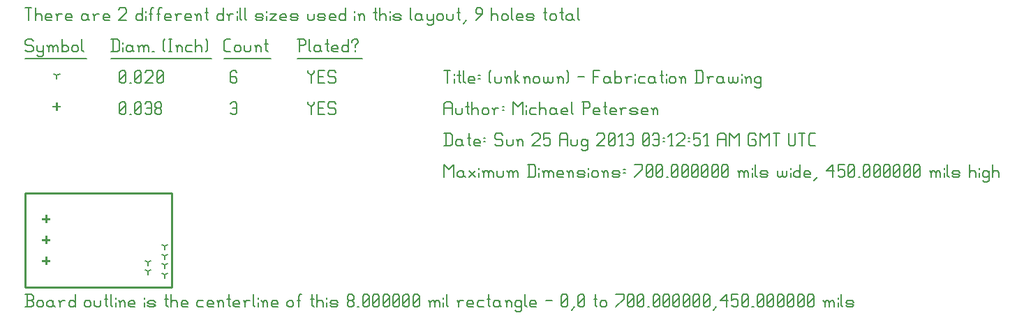
<source format=gbr>
G04 start of page 11 for group -3984 idx -3984 *
G04 Title: (unknown), fab *
G04 Creator: pcb 20110918 *
G04 CreationDate: Sun 25 Aug 2013 03:12:51 AM GMT UTC *
G04 For: railfan *
G04 Format: Gerber/RS-274X *
G04 PCB-Dimensions: 70000 45000 *
G04 PCB-Coordinate-Origin: lower left *
%MOIN*%
%FSLAX25Y25*%
%LNFAB*%
%ADD54C,0.0100*%
%ADD53C,0.0060*%
%ADD52R,0.0080X0.0080*%
G54D52*X10000Y34100D02*Y30900D01*
X8400Y32500D02*X11600D01*
X10000Y24100D02*Y20900D01*
X8400Y22500D02*X11600D01*
X10000Y14100D02*Y10900D01*
X8400Y12500D02*X11600D01*
X15000Y87850D02*Y84650D01*
X13400Y86250D02*X16600D01*
G54D53*X135000Y88500D02*Y87750D01*
X136500Y86250D01*
X138000Y87750D01*
Y88500D02*Y87750D01*
X136500Y86250D02*Y82500D01*
X139800Y85500D02*X142050D01*
X139800Y82500D02*X142800D01*
X139800Y88500D02*Y82500D01*
Y88500D02*X142800D01*
X147600D02*X148350Y87750D01*
X145350Y88500D02*X147600D01*
X144600Y87750D02*X145350Y88500D01*
X144600Y87750D02*Y86250D01*
X145350Y85500D01*
X147600D01*
X148350Y84750D01*
Y83250D01*
X147600Y82500D02*X148350Y83250D01*
X145350Y82500D02*X147600D01*
X144600Y83250D02*X145350Y82500D01*
X98000Y87750D02*X98750Y88500D01*
X100250D01*
X101000Y87750D01*
Y83250D01*
X100250Y82500D02*X101000Y83250D01*
X98750Y82500D02*X100250D01*
X98000Y83250D02*X98750Y82500D01*
Y85500D02*X101000D01*
X45000Y83250D02*X45750Y82500D01*
X45000Y87750D02*Y83250D01*
Y87750D02*X45750Y88500D01*
X47250D01*
X48000Y87750D01*
Y83250D01*
X47250Y82500D02*X48000Y83250D01*
X45750Y82500D02*X47250D01*
X45000Y84000D02*X48000Y87000D01*
X49800Y82500D02*X50550D01*
X52350Y83250D02*X53100Y82500D01*
X52350Y87750D02*Y83250D01*
Y87750D02*X53100Y88500D01*
X54600D01*
X55350Y87750D01*
Y83250D01*
X54600Y82500D02*X55350Y83250D01*
X53100Y82500D02*X54600D01*
X52350Y84000D02*X55350Y87000D01*
X57150Y87750D02*X57900Y88500D01*
X59400D01*
X60150Y87750D01*
Y83250D01*
X59400Y82500D02*X60150Y83250D01*
X57900Y82500D02*X59400D01*
X57150Y83250D02*X57900Y82500D01*
Y85500D02*X60150D01*
X61950Y83250D02*X62700Y82500D01*
X61950Y84750D02*Y83250D01*
Y84750D02*X62700Y85500D01*
X64200D01*
X64950Y84750D01*
Y83250D01*
X64200Y82500D02*X64950Y83250D01*
X62700Y82500D02*X64200D01*
X61950Y86250D02*X62700Y85500D01*
X61950Y87750D02*Y86250D01*
Y87750D02*X62700Y88500D01*
X64200D01*
X64950Y87750D01*
Y86250D01*
X64200Y85500D02*X64950Y86250D01*
X66500Y6000D02*Y4400D01*
Y6000D02*X67887Y6800D01*
X66500Y6000D02*X65113Y6800D01*
X66500Y10500D02*Y8900D01*
Y10500D02*X67887Y11300D01*
X66500Y10500D02*X65113Y11300D01*
X66500Y15000D02*Y13400D01*
Y15000D02*X67887Y15800D01*
X66500Y15000D02*X65113Y15800D01*
X66500Y19500D02*Y17900D01*
Y19500D02*X67887Y20300D01*
X66500Y19500D02*X65113Y20300D01*
X58500Y7500D02*Y5900D01*
Y7500D02*X59887Y8300D01*
X58500Y7500D02*X57113Y8300D01*
X58500Y12000D02*Y10400D01*
Y12000D02*X59887Y12800D01*
X58500Y12000D02*X57113Y12800D01*
X15000Y101250D02*Y99650D01*
Y101250D02*X16387Y102050D01*
X15000Y101250D02*X13613Y102050D01*
X135000Y103500D02*Y102750D01*
X136500Y101250D01*
X138000Y102750D01*
Y103500D02*Y102750D01*
X136500Y101250D02*Y97500D01*
X139800Y100500D02*X142050D01*
X139800Y97500D02*X142800D01*
X139800Y103500D02*Y97500D01*
Y103500D02*X142800D01*
X147600D02*X148350Y102750D01*
X145350Y103500D02*X147600D01*
X144600Y102750D02*X145350Y103500D01*
X144600Y102750D02*Y101250D01*
X145350Y100500D01*
X147600D01*
X148350Y99750D01*
Y98250D01*
X147600Y97500D02*X148350Y98250D01*
X145350Y97500D02*X147600D01*
X144600Y98250D02*X145350Y97500D01*
X100250Y103500D02*X101000Y102750D01*
X98750Y103500D02*X100250D01*
X98000Y102750D02*X98750Y103500D01*
X98000Y102750D02*Y98250D01*
X98750Y97500D01*
X100250Y100500D02*X101000Y99750D01*
X98000Y100500D02*X100250D01*
X98750Y97500D02*X100250D01*
X101000Y98250D01*
Y99750D02*Y98250D01*
X45000D02*X45750Y97500D01*
X45000Y102750D02*Y98250D01*
Y102750D02*X45750Y103500D01*
X47250D01*
X48000Y102750D01*
Y98250D01*
X47250Y97500D02*X48000Y98250D01*
X45750Y97500D02*X47250D01*
X45000Y99000D02*X48000Y102000D01*
X49800Y97500D02*X50550D01*
X52350Y98250D02*X53100Y97500D01*
X52350Y102750D02*Y98250D01*
Y102750D02*X53100Y103500D01*
X54600D01*
X55350Y102750D01*
Y98250D01*
X54600Y97500D02*X55350Y98250D01*
X53100Y97500D02*X54600D01*
X52350Y99000D02*X55350Y102000D01*
X57150Y102750D02*X57900Y103500D01*
X60150D01*
X60900Y102750D01*
Y101250D01*
X57150Y97500D02*X60900Y101250D01*
X57150Y97500D02*X60900D01*
X62700Y98250D02*X63450Y97500D01*
X62700Y102750D02*Y98250D01*
Y102750D02*X63450Y103500D01*
X64950D01*
X65700Y102750D01*
Y98250D01*
X64950Y97500D02*X65700Y98250D01*
X63450Y97500D02*X64950D01*
X62700Y99000D02*X65700Y102000D01*
X3000Y118500D02*X3750Y117750D01*
X750Y118500D02*X3000D01*
X0Y117750D02*X750Y118500D01*
X0Y117750D02*Y116250D01*
X750Y115500D01*
X3000D01*
X3750Y114750D01*
Y113250D01*
X3000Y112500D02*X3750Y113250D01*
X750Y112500D02*X3000D01*
X0Y113250D02*X750Y112500D01*
X5550Y115500D02*Y113250D01*
X6300Y112500D01*
X8550Y115500D02*Y111000D01*
X7800Y110250D02*X8550Y111000D01*
X6300Y110250D02*X7800D01*
X5550Y111000D02*X6300Y110250D01*
Y112500D02*X7800D01*
X8550Y113250D01*
X11100Y114750D02*Y112500D01*
Y114750D02*X11850Y115500D01*
X12600D01*
X13350Y114750D01*
Y112500D01*
Y114750D02*X14100Y115500D01*
X14850D01*
X15600Y114750D01*
Y112500D01*
X10350Y115500D02*X11100Y114750D01*
X17400Y118500D02*Y112500D01*
Y113250D02*X18150Y112500D01*
X19650D01*
X20400Y113250D01*
Y114750D02*Y113250D01*
X19650Y115500D02*X20400Y114750D01*
X18150Y115500D02*X19650D01*
X17400Y114750D02*X18150Y115500D01*
X22200Y114750D02*Y113250D01*
Y114750D02*X22950Y115500D01*
X24450D01*
X25200Y114750D01*
Y113250D01*
X24450Y112500D02*X25200Y113250D01*
X22950Y112500D02*X24450D01*
X22200Y113250D02*X22950Y112500D01*
X27000Y118500D02*Y113250D01*
X27750Y112500D01*
X0Y109250D02*X29250D01*
X41750Y118500D02*Y112500D01*
X44000Y118500D02*X44750Y117750D01*
Y113250D01*
X44000Y112500D02*X44750Y113250D01*
X41000Y112500D02*X44000D01*
X41000Y118500D02*X44000D01*
X46550Y117000D02*Y116250D01*
Y114750D02*Y112500D01*
X50300Y115500D02*X51050Y114750D01*
X48800Y115500D02*X50300D01*
X48050Y114750D02*X48800Y115500D01*
X48050Y114750D02*Y113250D01*
X48800Y112500D01*
X51050Y115500D02*Y113250D01*
X51800Y112500D01*
X48800D02*X50300D01*
X51050Y113250D01*
X54350Y114750D02*Y112500D01*
Y114750D02*X55100Y115500D01*
X55850D01*
X56600Y114750D01*
Y112500D01*
Y114750D02*X57350Y115500D01*
X58100D01*
X58850Y114750D01*
Y112500D01*
X53600Y115500D02*X54350Y114750D01*
X60650Y112500D02*X61400D01*
X65900Y113250D02*X66650Y112500D01*
X65900Y117750D02*X66650Y118500D01*
X65900Y117750D02*Y113250D01*
X68450Y118500D02*X69950D01*
X69200D02*Y112500D01*
X68450D02*X69950D01*
X72500Y114750D02*Y112500D01*
Y114750D02*X73250Y115500D01*
X74000D01*
X74750Y114750D01*
Y112500D01*
X71750Y115500D02*X72500Y114750D01*
X77300Y115500D02*X79550D01*
X76550Y114750D02*X77300Y115500D01*
X76550Y114750D02*Y113250D01*
X77300Y112500D01*
X79550D01*
X81350Y118500D02*Y112500D01*
Y114750D02*X82100Y115500D01*
X83600D01*
X84350Y114750D01*
Y112500D01*
X86150Y118500D02*X86900Y117750D01*
Y113250D01*
X86150Y112500D02*X86900Y113250D01*
X41000Y109250D02*X88700D01*
X95750Y112500D02*X98000D01*
X95000Y113250D02*X95750Y112500D01*
X95000Y117750D02*Y113250D01*
Y117750D02*X95750Y118500D01*
X98000D01*
X99800Y114750D02*Y113250D01*
Y114750D02*X100550Y115500D01*
X102050D01*
X102800Y114750D01*
Y113250D01*
X102050Y112500D02*X102800Y113250D01*
X100550Y112500D02*X102050D01*
X99800Y113250D02*X100550Y112500D01*
X104600Y115500D02*Y113250D01*
X105350Y112500D01*
X106850D01*
X107600Y113250D01*
Y115500D02*Y113250D01*
X110150Y114750D02*Y112500D01*
Y114750D02*X110900Y115500D01*
X111650D01*
X112400Y114750D01*
Y112500D01*
X109400Y115500D02*X110150Y114750D01*
X114950Y118500D02*Y113250D01*
X115700Y112500D01*
X114200Y116250D02*X115700D01*
X95000Y109250D02*X117200D01*
X130750Y118500D02*Y112500D01*
X130000Y118500D02*X133000D01*
X133750Y117750D01*
Y116250D01*
X133000Y115500D02*X133750Y116250D01*
X130750Y115500D02*X133000D01*
X135550Y118500D02*Y113250D01*
X136300Y112500D01*
X140050Y115500D02*X140800Y114750D01*
X138550Y115500D02*X140050D01*
X137800Y114750D02*X138550Y115500D01*
X137800Y114750D02*Y113250D01*
X138550Y112500D01*
X140800Y115500D02*Y113250D01*
X141550Y112500D01*
X138550D02*X140050D01*
X140800Y113250D01*
X144100Y118500D02*Y113250D01*
X144850Y112500D01*
X143350Y116250D02*X144850D01*
X147100Y112500D02*X149350D01*
X146350Y113250D02*X147100Y112500D01*
X146350Y114750D02*Y113250D01*
Y114750D02*X147100Y115500D01*
X148600D01*
X149350Y114750D01*
X146350Y114000D02*X149350D01*
Y114750D02*Y114000D01*
X154150Y118500D02*Y112500D01*
X153400D02*X154150Y113250D01*
X151900Y112500D02*X153400D01*
X151150Y113250D02*X151900Y112500D01*
X151150Y114750D02*Y113250D01*
Y114750D02*X151900Y115500D01*
X153400D01*
X154150Y114750D01*
X157450Y115500D02*Y114750D01*
Y113250D02*Y112500D01*
X155950Y117750D02*Y117000D01*
Y117750D02*X156700Y118500D01*
X158200D01*
X158950Y117750D01*
Y117000D01*
X157450Y115500D02*X158950Y117000D01*
X130000Y109250D02*X160750D01*
X0Y133500D02*X3000D01*
X1500D02*Y127500D01*
X4800Y133500D02*Y127500D01*
Y129750D02*X5550Y130500D01*
X7050D01*
X7800Y129750D01*
Y127500D01*
X10350D02*X12600D01*
X9600Y128250D02*X10350Y127500D01*
X9600Y129750D02*Y128250D01*
Y129750D02*X10350Y130500D01*
X11850D01*
X12600Y129750D01*
X9600Y129000D02*X12600D01*
Y129750D02*Y129000D01*
X15150Y129750D02*Y127500D01*
Y129750D02*X15900Y130500D01*
X17400D01*
X14400D02*X15150Y129750D01*
X19950Y127500D02*X22200D01*
X19200Y128250D02*X19950Y127500D01*
X19200Y129750D02*Y128250D01*
Y129750D02*X19950Y130500D01*
X21450D01*
X22200Y129750D01*
X19200Y129000D02*X22200D01*
Y129750D02*Y129000D01*
X28950Y130500D02*X29700Y129750D01*
X27450Y130500D02*X28950D01*
X26700Y129750D02*X27450Y130500D01*
X26700Y129750D02*Y128250D01*
X27450Y127500D01*
X29700Y130500D02*Y128250D01*
X30450Y127500D01*
X27450D02*X28950D01*
X29700Y128250D01*
X33000Y129750D02*Y127500D01*
Y129750D02*X33750Y130500D01*
X35250D01*
X32250D02*X33000Y129750D01*
X37800Y127500D02*X40050D01*
X37050Y128250D02*X37800Y127500D01*
X37050Y129750D02*Y128250D01*
Y129750D02*X37800Y130500D01*
X39300D01*
X40050Y129750D01*
X37050Y129000D02*X40050D01*
Y129750D02*Y129000D01*
X44550Y132750D02*X45300Y133500D01*
X47550D01*
X48300Y132750D01*
Y131250D01*
X44550Y127500D02*X48300Y131250D01*
X44550Y127500D02*X48300D01*
X55800Y133500D02*Y127500D01*
X55050D02*X55800Y128250D01*
X53550Y127500D02*X55050D01*
X52800Y128250D02*X53550Y127500D01*
X52800Y129750D02*Y128250D01*
Y129750D02*X53550Y130500D01*
X55050D01*
X55800Y129750D01*
X57600Y132000D02*Y131250D01*
Y129750D02*Y127500D01*
X59850Y132750D02*Y127500D01*
Y132750D02*X60600Y133500D01*
X61350D01*
X59100Y130500D02*X60600D01*
X63600Y132750D02*Y127500D01*
Y132750D02*X64350Y133500D01*
X65100D01*
X62850Y130500D02*X64350D01*
X67350Y127500D02*X69600D01*
X66600Y128250D02*X67350Y127500D01*
X66600Y129750D02*Y128250D01*
Y129750D02*X67350Y130500D01*
X68850D01*
X69600Y129750D01*
X66600Y129000D02*X69600D01*
Y129750D02*Y129000D01*
X72150Y129750D02*Y127500D01*
Y129750D02*X72900Y130500D01*
X74400D01*
X71400D02*X72150Y129750D01*
X76950Y127500D02*X79200D01*
X76200Y128250D02*X76950Y127500D01*
X76200Y129750D02*Y128250D01*
Y129750D02*X76950Y130500D01*
X78450D01*
X79200Y129750D01*
X76200Y129000D02*X79200D01*
Y129750D02*Y129000D01*
X81750Y129750D02*Y127500D01*
Y129750D02*X82500Y130500D01*
X83250D01*
X84000Y129750D01*
Y127500D01*
X81000Y130500D02*X81750Y129750D01*
X86550Y133500D02*Y128250D01*
X87300Y127500D01*
X85800Y131250D02*X87300D01*
X94500Y133500D02*Y127500D01*
X93750D02*X94500Y128250D01*
X92250Y127500D02*X93750D01*
X91500Y128250D02*X92250Y127500D01*
X91500Y129750D02*Y128250D01*
Y129750D02*X92250Y130500D01*
X93750D01*
X94500Y129750D01*
X97050D02*Y127500D01*
Y129750D02*X97800Y130500D01*
X99300D01*
X96300D02*X97050Y129750D01*
X101100Y132000D02*Y131250D01*
Y129750D02*Y127500D01*
X102600Y133500D02*Y128250D01*
X103350Y127500D01*
X104850Y133500D02*Y128250D01*
X105600Y127500D01*
X110550D02*X112800D01*
X113550Y128250D01*
X112800Y129000D02*X113550Y128250D01*
X110550Y129000D02*X112800D01*
X109800Y129750D02*X110550Y129000D01*
X109800Y129750D02*X110550Y130500D01*
X112800D01*
X113550Y129750D01*
X109800Y128250D02*X110550Y127500D01*
X115350Y132000D02*Y131250D01*
Y129750D02*Y127500D01*
X116850Y130500D02*X119850D01*
X116850Y127500D02*X119850Y130500D01*
X116850Y127500D02*X119850D01*
X122400D02*X124650D01*
X121650Y128250D02*X122400Y127500D01*
X121650Y129750D02*Y128250D01*
Y129750D02*X122400Y130500D01*
X123900D01*
X124650Y129750D01*
X121650Y129000D02*X124650D01*
Y129750D02*Y129000D01*
X127200Y127500D02*X129450D01*
X130200Y128250D01*
X129450Y129000D02*X130200Y128250D01*
X127200Y129000D02*X129450D01*
X126450Y129750D02*X127200Y129000D01*
X126450Y129750D02*X127200Y130500D01*
X129450D01*
X130200Y129750D01*
X126450Y128250D02*X127200Y127500D01*
X134700Y130500D02*Y128250D01*
X135450Y127500D01*
X136950D01*
X137700Y128250D01*
Y130500D02*Y128250D01*
X140250Y127500D02*X142500D01*
X143250Y128250D01*
X142500Y129000D02*X143250Y128250D01*
X140250Y129000D02*X142500D01*
X139500Y129750D02*X140250Y129000D01*
X139500Y129750D02*X140250Y130500D01*
X142500D01*
X143250Y129750D01*
X139500Y128250D02*X140250Y127500D01*
X145800D02*X148050D01*
X145050Y128250D02*X145800Y127500D01*
X145050Y129750D02*Y128250D01*
Y129750D02*X145800Y130500D01*
X147300D01*
X148050Y129750D01*
X145050Y129000D02*X148050D01*
Y129750D02*Y129000D01*
X152850Y133500D02*Y127500D01*
X152100D02*X152850Y128250D01*
X150600Y127500D02*X152100D01*
X149850Y128250D02*X150600Y127500D01*
X149850Y129750D02*Y128250D01*
Y129750D02*X150600Y130500D01*
X152100D01*
X152850Y129750D01*
X157350Y132000D02*Y131250D01*
Y129750D02*Y127500D01*
X159600Y129750D02*Y127500D01*
Y129750D02*X160350Y130500D01*
X161100D01*
X161850Y129750D01*
Y127500D01*
X158850Y130500D02*X159600Y129750D01*
X167100Y133500D02*Y128250D01*
X167850Y127500D01*
X166350Y131250D02*X167850D01*
X169350Y133500D02*Y127500D01*
Y129750D02*X170100Y130500D01*
X171600D01*
X172350Y129750D01*
Y127500D01*
X174150Y132000D02*Y131250D01*
Y129750D02*Y127500D01*
X176400D02*X178650D01*
X179400Y128250D01*
X178650Y129000D02*X179400Y128250D01*
X176400Y129000D02*X178650D01*
X175650Y129750D02*X176400Y129000D01*
X175650Y129750D02*X176400Y130500D01*
X178650D01*
X179400Y129750D01*
X175650Y128250D02*X176400Y127500D01*
X183900Y133500D02*Y128250D01*
X184650Y127500D01*
X188400Y130500D02*X189150Y129750D01*
X186900Y130500D02*X188400D01*
X186150Y129750D02*X186900Y130500D01*
X186150Y129750D02*Y128250D01*
X186900Y127500D01*
X189150Y130500D02*Y128250D01*
X189900Y127500D01*
X186900D02*X188400D01*
X189150Y128250D01*
X191700Y130500D02*Y128250D01*
X192450Y127500D01*
X194700Y130500D02*Y126000D01*
X193950Y125250D02*X194700Y126000D01*
X192450Y125250D02*X193950D01*
X191700Y126000D02*X192450Y125250D01*
Y127500D02*X193950D01*
X194700Y128250D01*
X196500Y129750D02*Y128250D01*
Y129750D02*X197250Y130500D01*
X198750D01*
X199500Y129750D01*
Y128250D01*
X198750Y127500D02*X199500Y128250D01*
X197250Y127500D02*X198750D01*
X196500Y128250D02*X197250Y127500D01*
X201300Y130500D02*Y128250D01*
X202050Y127500D01*
X203550D01*
X204300Y128250D01*
Y130500D02*Y128250D01*
X206850Y133500D02*Y128250D01*
X207600Y127500D01*
X206100Y131250D02*X207600D01*
X209100Y126000D02*X210600Y127500D01*
X215100D02*X218100Y130500D01*
Y132750D02*Y130500D01*
X217350Y133500D02*X218100Y132750D01*
X215850Y133500D02*X217350D01*
X215100Y132750D02*X215850Y133500D01*
X215100Y132750D02*Y131250D01*
X215850Y130500D01*
X218100D01*
X222600Y133500D02*Y127500D01*
Y129750D02*X223350Y130500D01*
X224850D01*
X225600Y129750D01*
Y127500D01*
X227400Y129750D02*Y128250D01*
Y129750D02*X228150Y130500D01*
X229650D01*
X230400Y129750D01*
Y128250D01*
X229650Y127500D02*X230400Y128250D01*
X228150Y127500D02*X229650D01*
X227400Y128250D02*X228150Y127500D01*
X232200Y133500D02*Y128250D01*
X232950Y127500D01*
X235200D02*X237450D01*
X234450Y128250D02*X235200Y127500D01*
X234450Y129750D02*Y128250D01*
Y129750D02*X235200Y130500D01*
X236700D01*
X237450Y129750D01*
X234450Y129000D02*X237450D01*
Y129750D02*Y129000D01*
X240000Y127500D02*X242250D01*
X243000Y128250D01*
X242250Y129000D02*X243000Y128250D01*
X240000Y129000D02*X242250D01*
X239250Y129750D02*X240000Y129000D01*
X239250Y129750D02*X240000Y130500D01*
X242250D01*
X243000Y129750D01*
X239250Y128250D02*X240000Y127500D01*
X248250Y133500D02*Y128250D01*
X249000Y127500D01*
X247500Y131250D02*X249000D01*
X250500Y129750D02*Y128250D01*
Y129750D02*X251250Y130500D01*
X252750D01*
X253500Y129750D01*
Y128250D01*
X252750Y127500D02*X253500Y128250D01*
X251250Y127500D02*X252750D01*
X250500Y128250D02*X251250Y127500D01*
X256050Y133500D02*Y128250D01*
X256800Y127500D01*
X255300Y131250D02*X256800D01*
X260550Y130500D02*X261300Y129750D01*
X259050Y130500D02*X260550D01*
X258300Y129750D02*X259050Y130500D01*
X258300Y129750D02*Y128250D01*
X259050Y127500D01*
X261300Y130500D02*Y128250D01*
X262050Y127500D01*
X259050D02*X260550D01*
X261300Y128250D01*
X263850Y133500D02*Y128250D01*
X264600Y127500D01*
G54D54*X0Y45000D02*X70000D01*
X0D02*Y0D01*
X70000Y45000D02*Y0D01*
X0D02*X70000D01*
G54D53*X200000Y58500D02*Y52500D01*
Y58500D02*X202250Y56250D01*
X204500Y58500D01*
Y52500D01*
X208550Y55500D02*X209300Y54750D01*
X207050Y55500D02*X208550D01*
X206300Y54750D02*X207050Y55500D01*
X206300Y54750D02*Y53250D01*
X207050Y52500D01*
X209300Y55500D02*Y53250D01*
X210050Y52500D01*
X207050D02*X208550D01*
X209300Y53250D01*
X211850Y55500D02*X214850Y52500D01*
X211850D02*X214850Y55500D01*
X216650Y57000D02*Y56250D01*
Y54750D02*Y52500D01*
X218900Y54750D02*Y52500D01*
Y54750D02*X219650Y55500D01*
X220400D01*
X221150Y54750D01*
Y52500D01*
Y54750D02*X221900Y55500D01*
X222650D01*
X223400Y54750D01*
Y52500D01*
X218150Y55500D02*X218900Y54750D01*
X225200Y55500D02*Y53250D01*
X225950Y52500D01*
X227450D01*
X228200Y53250D01*
Y55500D02*Y53250D01*
X230750Y54750D02*Y52500D01*
Y54750D02*X231500Y55500D01*
X232250D01*
X233000Y54750D01*
Y52500D01*
Y54750D02*X233750Y55500D01*
X234500D01*
X235250Y54750D01*
Y52500D01*
X230000Y55500D02*X230750Y54750D01*
X240500Y58500D02*Y52500D01*
X242750Y58500D02*X243500Y57750D01*
Y53250D01*
X242750Y52500D02*X243500Y53250D01*
X239750Y52500D02*X242750D01*
X239750Y58500D02*X242750D01*
X245300Y57000D02*Y56250D01*
Y54750D02*Y52500D01*
X247550Y54750D02*Y52500D01*
Y54750D02*X248300Y55500D01*
X249050D01*
X249800Y54750D01*
Y52500D01*
Y54750D02*X250550Y55500D01*
X251300D01*
X252050Y54750D01*
Y52500D01*
X246800Y55500D02*X247550Y54750D01*
X254600Y52500D02*X256850D01*
X253850Y53250D02*X254600Y52500D01*
X253850Y54750D02*Y53250D01*
Y54750D02*X254600Y55500D01*
X256100D01*
X256850Y54750D01*
X253850Y54000D02*X256850D01*
Y54750D02*Y54000D01*
X259400Y54750D02*Y52500D01*
Y54750D02*X260150Y55500D01*
X260900D01*
X261650Y54750D01*
Y52500D01*
X258650Y55500D02*X259400Y54750D01*
X264200Y52500D02*X266450D01*
X267200Y53250D01*
X266450Y54000D02*X267200Y53250D01*
X264200Y54000D02*X266450D01*
X263450Y54750D02*X264200Y54000D01*
X263450Y54750D02*X264200Y55500D01*
X266450D01*
X267200Y54750D01*
X263450Y53250D02*X264200Y52500D01*
X269000Y57000D02*Y56250D01*
Y54750D02*Y52500D01*
X270500Y54750D02*Y53250D01*
Y54750D02*X271250Y55500D01*
X272750D01*
X273500Y54750D01*
Y53250D01*
X272750Y52500D02*X273500Y53250D01*
X271250Y52500D02*X272750D01*
X270500Y53250D02*X271250Y52500D01*
X276050Y54750D02*Y52500D01*
Y54750D02*X276800Y55500D01*
X277550D01*
X278300Y54750D01*
Y52500D01*
X275300Y55500D02*X276050Y54750D01*
X280850Y52500D02*X283100D01*
X283850Y53250D01*
X283100Y54000D02*X283850Y53250D01*
X280850Y54000D02*X283100D01*
X280100Y54750D02*X280850Y54000D01*
X280100Y54750D02*X280850Y55500D01*
X283100D01*
X283850Y54750D01*
X280100Y53250D02*X280850Y52500D01*
X285650Y56250D02*X286400D01*
X285650Y54750D02*X286400D01*
X290900Y52500D02*X294650Y56250D01*
Y58500D02*Y56250D01*
X290900Y58500D02*X294650D01*
X296450Y53250D02*X297200Y52500D01*
X296450Y57750D02*Y53250D01*
Y57750D02*X297200Y58500D01*
X298700D01*
X299450Y57750D01*
Y53250D01*
X298700Y52500D02*X299450Y53250D01*
X297200Y52500D02*X298700D01*
X296450Y54000D02*X299450Y57000D01*
X301250Y53250D02*X302000Y52500D01*
X301250Y57750D02*Y53250D01*
Y57750D02*X302000Y58500D01*
X303500D01*
X304250Y57750D01*
Y53250D01*
X303500Y52500D02*X304250Y53250D01*
X302000Y52500D02*X303500D01*
X301250Y54000D02*X304250Y57000D01*
X306050Y52500D02*X306800D01*
X308600Y53250D02*X309350Y52500D01*
X308600Y57750D02*Y53250D01*
Y57750D02*X309350Y58500D01*
X310850D01*
X311600Y57750D01*
Y53250D01*
X310850Y52500D02*X311600Y53250D01*
X309350Y52500D02*X310850D01*
X308600Y54000D02*X311600Y57000D01*
X313400Y53250D02*X314150Y52500D01*
X313400Y57750D02*Y53250D01*
Y57750D02*X314150Y58500D01*
X315650D01*
X316400Y57750D01*
Y53250D01*
X315650Y52500D02*X316400Y53250D01*
X314150Y52500D02*X315650D01*
X313400Y54000D02*X316400Y57000D01*
X318200Y53250D02*X318950Y52500D01*
X318200Y57750D02*Y53250D01*
Y57750D02*X318950Y58500D01*
X320450D01*
X321200Y57750D01*
Y53250D01*
X320450Y52500D02*X321200Y53250D01*
X318950Y52500D02*X320450D01*
X318200Y54000D02*X321200Y57000D01*
X323000Y53250D02*X323750Y52500D01*
X323000Y57750D02*Y53250D01*
Y57750D02*X323750Y58500D01*
X325250D01*
X326000Y57750D01*
Y53250D01*
X325250Y52500D02*X326000Y53250D01*
X323750Y52500D02*X325250D01*
X323000Y54000D02*X326000Y57000D01*
X327800Y53250D02*X328550Y52500D01*
X327800Y57750D02*Y53250D01*
Y57750D02*X328550Y58500D01*
X330050D01*
X330800Y57750D01*
Y53250D01*
X330050Y52500D02*X330800Y53250D01*
X328550Y52500D02*X330050D01*
X327800Y54000D02*X330800Y57000D01*
X332600Y53250D02*X333350Y52500D01*
X332600Y57750D02*Y53250D01*
Y57750D02*X333350Y58500D01*
X334850D01*
X335600Y57750D01*
Y53250D01*
X334850Y52500D02*X335600Y53250D01*
X333350Y52500D02*X334850D01*
X332600Y54000D02*X335600Y57000D01*
X340850Y54750D02*Y52500D01*
Y54750D02*X341600Y55500D01*
X342350D01*
X343100Y54750D01*
Y52500D01*
Y54750D02*X343850Y55500D01*
X344600D01*
X345350Y54750D01*
Y52500D01*
X340100Y55500D02*X340850Y54750D01*
X347150Y57000D02*Y56250D01*
Y54750D02*Y52500D01*
X348650Y58500D02*Y53250D01*
X349400Y52500D01*
X351650D02*X353900D01*
X354650Y53250D01*
X353900Y54000D02*X354650Y53250D01*
X351650Y54000D02*X353900D01*
X350900Y54750D02*X351650Y54000D01*
X350900Y54750D02*X351650Y55500D01*
X353900D01*
X354650Y54750D01*
X350900Y53250D02*X351650Y52500D01*
X359150Y55500D02*Y53250D01*
X359900Y52500D01*
X360650D01*
X361400Y53250D01*
Y55500D02*Y53250D01*
X362150Y52500D01*
X362900D01*
X363650Y53250D01*
Y55500D02*Y53250D01*
X365450Y57000D02*Y56250D01*
Y54750D02*Y52500D01*
X369950Y58500D02*Y52500D01*
X369200D02*X369950Y53250D01*
X367700Y52500D02*X369200D01*
X366950Y53250D02*X367700Y52500D01*
X366950Y54750D02*Y53250D01*
Y54750D02*X367700Y55500D01*
X369200D01*
X369950Y54750D01*
X372500Y52500D02*X374750D01*
X371750Y53250D02*X372500Y52500D01*
X371750Y54750D02*Y53250D01*
Y54750D02*X372500Y55500D01*
X374000D01*
X374750Y54750D01*
X371750Y54000D02*X374750D01*
Y54750D02*Y54000D01*
X376550Y51000D02*X378050Y52500D01*
X382550Y55500D02*X385550Y58500D01*
X382550Y55500D02*X386300D01*
X385550Y58500D02*Y52500D01*
X388100Y58500D02*X391100D01*
X388100D02*Y55500D01*
X388850Y56250D01*
X390350D01*
X391100Y55500D01*
Y53250D01*
X390350Y52500D02*X391100Y53250D01*
X388850Y52500D02*X390350D01*
X388100Y53250D02*X388850Y52500D01*
X392900Y53250D02*X393650Y52500D01*
X392900Y57750D02*Y53250D01*
Y57750D02*X393650Y58500D01*
X395150D01*
X395900Y57750D01*
Y53250D01*
X395150Y52500D02*X395900Y53250D01*
X393650Y52500D02*X395150D01*
X392900Y54000D02*X395900Y57000D01*
X397700Y52500D02*X398450D01*
X400250Y53250D02*X401000Y52500D01*
X400250Y57750D02*Y53250D01*
Y57750D02*X401000Y58500D01*
X402500D01*
X403250Y57750D01*
Y53250D01*
X402500Y52500D02*X403250Y53250D01*
X401000Y52500D02*X402500D01*
X400250Y54000D02*X403250Y57000D01*
X405050Y53250D02*X405800Y52500D01*
X405050Y57750D02*Y53250D01*
Y57750D02*X405800Y58500D01*
X407300D01*
X408050Y57750D01*
Y53250D01*
X407300Y52500D02*X408050Y53250D01*
X405800Y52500D02*X407300D01*
X405050Y54000D02*X408050Y57000D01*
X409850Y53250D02*X410600Y52500D01*
X409850Y57750D02*Y53250D01*
Y57750D02*X410600Y58500D01*
X412100D01*
X412850Y57750D01*
Y53250D01*
X412100Y52500D02*X412850Y53250D01*
X410600Y52500D02*X412100D01*
X409850Y54000D02*X412850Y57000D01*
X414650Y53250D02*X415400Y52500D01*
X414650Y57750D02*Y53250D01*
Y57750D02*X415400Y58500D01*
X416900D01*
X417650Y57750D01*
Y53250D01*
X416900Y52500D02*X417650Y53250D01*
X415400Y52500D02*X416900D01*
X414650Y54000D02*X417650Y57000D01*
X419450Y53250D02*X420200Y52500D01*
X419450Y57750D02*Y53250D01*
Y57750D02*X420200Y58500D01*
X421700D01*
X422450Y57750D01*
Y53250D01*
X421700Y52500D02*X422450Y53250D01*
X420200Y52500D02*X421700D01*
X419450Y54000D02*X422450Y57000D01*
X424250Y53250D02*X425000Y52500D01*
X424250Y57750D02*Y53250D01*
Y57750D02*X425000Y58500D01*
X426500D01*
X427250Y57750D01*
Y53250D01*
X426500Y52500D02*X427250Y53250D01*
X425000Y52500D02*X426500D01*
X424250Y54000D02*X427250Y57000D01*
X432500Y54750D02*Y52500D01*
Y54750D02*X433250Y55500D01*
X434000D01*
X434750Y54750D01*
Y52500D01*
Y54750D02*X435500Y55500D01*
X436250D01*
X437000Y54750D01*
Y52500D01*
X431750Y55500D02*X432500Y54750D01*
X438800Y57000D02*Y56250D01*
Y54750D02*Y52500D01*
X440300Y58500D02*Y53250D01*
X441050Y52500D01*
X443300D02*X445550D01*
X446300Y53250D01*
X445550Y54000D02*X446300Y53250D01*
X443300Y54000D02*X445550D01*
X442550Y54750D02*X443300Y54000D01*
X442550Y54750D02*X443300Y55500D01*
X445550D01*
X446300Y54750D01*
X442550Y53250D02*X443300Y52500D01*
X450800Y58500D02*Y52500D01*
Y54750D02*X451550Y55500D01*
X453050D01*
X453800Y54750D01*
Y52500D01*
X455600Y57000D02*Y56250D01*
Y54750D02*Y52500D01*
X459350Y55500D02*X460100Y54750D01*
X457850Y55500D02*X459350D01*
X457100Y54750D02*X457850Y55500D01*
X457100Y54750D02*Y53250D01*
X457850Y52500D01*
X459350D01*
X460100Y53250D01*
X457100Y51000D02*X457850Y50250D01*
X459350D01*
X460100Y51000D01*
Y55500D02*Y51000D01*
X461900Y58500D02*Y52500D01*
Y54750D02*X462650Y55500D01*
X464150D01*
X464900Y54750D01*
Y52500D01*
X0Y-9500D02*X3000D01*
X3750Y-8750D01*
Y-7250D02*Y-8750D01*
X3000Y-6500D02*X3750Y-7250D01*
X750Y-6500D02*X3000D01*
X750Y-3500D02*Y-9500D01*
X0Y-3500D02*X3000D01*
X3750Y-4250D01*
Y-5750D01*
X3000Y-6500D02*X3750Y-5750D01*
X5550Y-7250D02*Y-8750D01*
Y-7250D02*X6300Y-6500D01*
X7800D01*
X8550Y-7250D01*
Y-8750D01*
X7800Y-9500D02*X8550Y-8750D01*
X6300Y-9500D02*X7800D01*
X5550Y-8750D02*X6300Y-9500D01*
X12600Y-6500D02*X13350Y-7250D01*
X11100Y-6500D02*X12600D01*
X10350Y-7250D02*X11100Y-6500D01*
X10350Y-7250D02*Y-8750D01*
X11100Y-9500D01*
X13350Y-6500D02*Y-8750D01*
X14100Y-9500D01*
X11100D02*X12600D01*
X13350Y-8750D01*
X16650Y-7250D02*Y-9500D01*
Y-7250D02*X17400Y-6500D01*
X18900D01*
X15900D02*X16650Y-7250D01*
X23700Y-3500D02*Y-9500D01*
X22950D02*X23700Y-8750D01*
X21450Y-9500D02*X22950D01*
X20700Y-8750D02*X21450Y-9500D01*
X20700Y-7250D02*Y-8750D01*
Y-7250D02*X21450Y-6500D01*
X22950D01*
X23700Y-7250D01*
X28200D02*Y-8750D01*
Y-7250D02*X28950Y-6500D01*
X30450D01*
X31200Y-7250D01*
Y-8750D01*
X30450Y-9500D02*X31200Y-8750D01*
X28950Y-9500D02*X30450D01*
X28200Y-8750D02*X28950Y-9500D01*
X33000Y-6500D02*Y-8750D01*
X33750Y-9500D01*
X35250D01*
X36000Y-8750D01*
Y-6500D02*Y-8750D01*
X38550Y-3500D02*Y-8750D01*
X39300Y-9500D01*
X37800Y-5750D02*X39300D01*
X40800Y-3500D02*Y-8750D01*
X41550Y-9500D01*
X43050Y-5000D02*Y-5750D01*
Y-7250D02*Y-9500D01*
X45300Y-7250D02*Y-9500D01*
Y-7250D02*X46050Y-6500D01*
X46800D01*
X47550Y-7250D01*
Y-9500D01*
X44550Y-6500D02*X45300Y-7250D01*
X50100Y-9500D02*X52350D01*
X49350Y-8750D02*X50100Y-9500D01*
X49350Y-7250D02*Y-8750D01*
Y-7250D02*X50100Y-6500D01*
X51600D01*
X52350Y-7250D01*
X49350Y-8000D02*X52350D01*
Y-7250D02*Y-8000D01*
X56850Y-5000D02*Y-5750D01*
Y-7250D02*Y-9500D01*
X59100D02*X61350D01*
X62100Y-8750D01*
X61350Y-8000D02*X62100Y-8750D01*
X59100Y-8000D02*X61350D01*
X58350Y-7250D02*X59100Y-8000D01*
X58350Y-7250D02*X59100Y-6500D01*
X61350D01*
X62100Y-7250D01*
X58350Y-8750D02*X59100Y-9500D01*
X67350Y-3500D02*Y-8750D01*
X68100Y-9500D01*
X66600Y-5750D02*X68100D01*
X69600Y-3500D02*Y-9500D01*
Y-7250D02*X70350Y-6500D01*
X71850D01*
X72600Y-7250D01*
Y-9500D01*
X75150D02*X77400D01*
X74400Y-8750D02*X75150Y-9500D01*
X74400Y-7250D02*Y-8750D01*
Y-7250D02*X75150Y-6500D01*
X76650D01*
X77400Y-7250D01*
X74400Y-8000D02*X77400D01*
Y-7250D02*Y-8000D01*
X82650Y-6500D02*X84900D01*
X81900Y-7250D02*X82650Y-6500D01*
X81900Y-7250D02*Y-8750D01*
X82650Y-9500D01*
X84900D01*
X87450D02*X89700D01*
X86700Y-8750D02*X87450Y-9500D01*
X86700Y-7250D02*Y-8750D01*
Y-7250D02*X87450Y-6500D01*
X88950D01*
X89700Y-7250D01*
X86700Y-8000D02*X89700D01*
Y-7250D02*Y-8000D01*
X92250Y-7250D02*Y-9500D01*
Y-7250D02*X93000Y-6500D01*
X93750D01*
X94500Y-7250D01*
Y-9500D01*
X91500Y-6500D02*X92250Y-7250D01*
X97050Y-3500D02*Y-8750D01*
X97800Y-9500D01*
X96300Y-5750D02*X97800D01*
X100050Y-9500D02*X102300D01*
X99300Y-8750D02*X100050Y-9500D01*
X99300Y-7250D02*Y-8750D01*
Y-7250D02*X100050Y-6500D01*
X101550D01*
X102300Y-7250D01*
X99300Y-8000D02*X102300D01*
Y-7250D02*Y-8000D01*
X104850Y-7250D02*Y-9500D01*
Y-7250D02*X105600Y-6500D01*
X107100D01*
X104100D02*X104850Y-7250D01*
X108900Y-3500D02*Y-8750D01*
X109650Y-9500D01*
X111150Y-5000D02*Y-5750D01*
Y-7250D02*Y-9500D01*
X113400Y-7250D02*Y-9500D01*
Y-7250D02*X114150Y-6500D01*
X114900D01*
X115650Y-7250D01*
Y-9500D01*
X112650Y-6500D02*X113400Y-7250D01*
X118200Y-9500D02*X120450D01*
X117450Y-8750D02*X118200Y-9500D01*
X117450Y-7250D02*Y-8750D01*
Y-7250D02*X118200Y-6500D01*
X119700D01*
X120450Y-7250D01*
X117450Y-8000D02*X120450D01*
Y-7250D02*Y-8000D01*
X124950Y-7250D02*Y-8750D01*
Y-7250D02*X125700Y-6500D01*
X127200D01*
X127950Y-7250D01*
Y-8750D01*
X127200Y-9500D02*X127950Y-8750D01*
X125700Y-9500D02*X127200D01*
X124950Y-8750D02*X125700Y-9500D01*
X130500Y-4250D02*Y-9500D01*
Y-4250D02*X131250Y-3500D01*
X132000D01*
X129750Y-6500D02*X131250D01*
X136950Y-3500D02*Y-8750D01*
X137700Y-9500D01*
X136200Y-5750D02*X137700D01*
X139200Y-3500D02*Y-9500D01*
Y-7250D02*X139950Y-6500D01*
X141450D01*
X142200Y-7250D01*
Y-9500D01*
X144000Y-5000D02*Y-5750D01*
Y-7250D02*Y-9500D01*
X146250D02*X148500D01*
X149250Y-8750D01*
X148500Y-8000D02*X149250Y-8750D01*
X146250Y-8000D02*X148500D01*
X145500Y-7250D02*X146250Y-8000D01*
X145500Y-7250D02*X146250Y-6500D01*
X148500D01*
X149250Y-7250D01*
X145500Y-8750D02*X146250Y-9500D01*
X153750Y-8750D02*X154500Y-9500D01*
X153750Y-7250D02*Y-8750D01*
Y-7250D02*X154500Y-6500D01*
X156000D01*
X156750Y-7250D01*
Y-8750D01*
X156000Y-9500D02*X156750Y-8750D01*
X154500Y-9500D02*X156000D01*
X153750Y-5750D02*X154500Y-6500D01*
X153750Y-4250D02*Y-5750D01*
Y-4250D02*X154500Y-3500D01*
X156000D01*
X156750Y-4250D01*
Y-5750D01*
X156000Y-6500D02*X156750Y-5750D01*
X158550Y-9500D02*X159300D01*
X161100Y-8750D02*X161850Y-9500D01*
X161100Y-4250D02*Y-8750D01*
Y-4250D02*X161850Y-3500D01*
X163350D01*
X164100Y-4250D01*
Y-8750D01*
X163350Y-9500D02*X164100Y-8750D01*
X161850Y-9500D02*X163350D01*
X161100Y-8000D02*X164100Y-5000D01*
X165900Y-8750D02*X166650Y-9500D01*
X165900Y-4250D02*Y-8750D01*
Y-4250D02*X166650Y-3500D01*
X168150D01*
X168900Y-4250D01*
Y-8750D01*
X168150Y-9500D02*X168900Y-8750D01*
X166650Y-9500D02*X168150D01*
X165900Y-8000D02*X168900Y-5000D01*
X170700Y-8750D02*X171450Y-9500D01*
X170700Y-4250D02*Y-8750D01*
Y-4250D02*X171450Y-3500D01*
X172950D01*
X173700Y-4250D01*
Y-8750D01*
X172950Y-9500D02*X173700Y-8750D01*
X171450Y-9500D02*X172950D01*
X170700Y-8000D02*X173700Y-5000D01*
X175500Y-8750D02*X176250Y-9500D01*
X175500Y-4250D02*Y-8750D01*
Y-4250D02*X176250Y-3500D01*
X177750D01*
X178500Y-4250D01*
Y-8750D01*
X177750Y-9500D02*X178500Y-8750D01*
X176250Y-9500D02*X177750D01*
X175500Y-8000D02*X178500Y-5000D01*
X180300Y-8750D02*X181050Y-9500D01*
X180300Y-4250D02*Y-8750D01*
Y-4250D02*X181050Y-3500D01*
X182550D01*
X183300Y-4250D01*
Y-8750D01*
X182550Y-9500D02*X183300Y-8750D01*
X181050Y-9500D02*X182550D01*
X180300Y-8000D02*X183300Y-5000D01*
X185100Y-8750D02*X185850Y-9500D01*
X185100Y-4250D02*Y-8750D01*
Y-4250D02*X185850Y-3500D01*
X187350D01*
X188100Y-4250D01*
Y-8750D01*
X187350Y-9500D02*X188100Y-8750D01*
X185850Y-9500D02*X187350D01*
X185100Y-8000D02*X188100Y-5000D01*
X193350Y-7250D02*Y-9500D01*
Y-7250D02*X194100Y-6500D01*
X194850D01*
X195600Y-7250D01*
Y-9500D01*
Y-7250D02*X196350Y-6500D01*
X197100D01*
X197850Y-7250D01*
Y-9500D01*
X192600Y-6500D02*X193350Y-7250D01*
X199650Y-5000D02*Y-5750D01*
Y-7250D02*Y-9500D01*
X201150Y-3500D02*Y-8750D01*
X201900Y-9500D01*
X206850Y-7250D02*Y-9500D01*
Y-7250D02*X207600Y-6500D01*
X209100D01*
X206100D02*X206850Y-7250D01*
X211650Y-9500D02*X213900D01*
X210900Y-8750D02*X211650Y-9500D01*
X210900Y-7250D02*Y-8750D01*
Y-7250D02*X211650Y-6500D01*
X213150D01*
X213900Y-7250D01*
X210900Y-8000D02*X213900D01*
Y-7250D02*Y-8000D01*
X216450Y-6500D02*X218700D01*
X215700Y-7250D02*X216450Y-6500D01*
X215700Y-7250D02*Y-8750D01*
X216450Y-9500D01*
X218700D01*
X221250Y-3500D02*Y-8750D01*
X222000Y-9500D01*
X220500Y-5750D02*X222000D01*
X225750Y-6500D02*X226500Y-7250D01*
X224250Y-6500D02*X225750D01*
X223500Y-7250D02*X224250Y-6500D01*
X223500Y-7250D02*Y-8750D01*
X224250Y-9500D01*
X226500Y-6500D02*Y-8750D01*
X227250Y-9500D01*
X224250D02*X225750D01*
X226500Y-8750D01*
X229800Y-7250D02*Y-9500D01*
Y-7250D02*X230550Y-6500D01*
X231300D01*
X232050Y-7250D01*
Y-9500D01*
X229050Y-6500D02*X229800Y-7250D01*
X236100Y-6500D02*X236850Y-7250D01*
X234600Y-6500D02*X236100D01*
X233850Y-7250D02*X234600Y-6500D01*
X233850Y-7250D02*Y-8750D01*
X234600Y-9500D01*
X236100D01*
X236850Y-8750D01*
X233850Y-11000D02*X234600Y-11750D01*
X236100D01*
X236850Y-11000D01*
Y-6500D02*Y-11000D01*
X238650Y-3500D02*Y-8750D01*
X239400Y-9500D01*
X241650D02*X243900D01*
X240900Y-8750D02*X241650Y-9500D01*
X240900Y-7250D02*Y-8750D01*
Y-7250D02*X241650Y-6500D01*
X243150D01*
X243900Y-7250D01*
X240900Y-8000D02*X243900D01*
Y-7250D02*Y-8000D01*
X248400Y-6500D02*X251400D01*
X255900Y-8750D02*X256650Y-9500D01*
X255900Y-4250D02*Y-8750D01*
Y-4250D02*X256650Y-3500D01*
X258150D01*
X258900Y-4250D01*
Y-8750D01*
X258150Y-9500D02*X258900Y-8750D01*
X256650Y-9500D02*X258150D01*
X255900Y-8000D02*X258900Y-5000D01*
X260700Y-11000D02*X262200Y-9500D01*
X264000Y-8750D02*X264750Y-9500D01*
X264000Y-4250D02*Y-8750D01*
Y-4250D02*X264750Y-3500D01*
X266250D01*
X267000Y-4250D01*
Y-8750D01*
X266250Y-9500D02*X267000Y-8750D01*
X264750Y-9500D02*X266250D01*
X264000Y-8000D02*X267000Y-5000D01*
X272250Y-3500D02*Y-8750D01*
X273000Y-9500D01*
X271500Y-5750D02*X273000D01*
X274500Y-7250D02*Y-8750D01*
Y-7250D02*X275250Y-6500D01*
X276750D01*
X277500Y-7250D01*
Y-8750D01*
X276750Y-9500D02*X277500Y-8750D01*
X275250Y-9500D02*X276750D01*
X274500Y-8750D02*X275250Y-9500D01*
X282000D02*X285750Y-5750D01*
Y-3500D02*Y-5750D01*
X282000Y-3500D02*X285750D01*
X287550Y-8750D02*X288300Y-9500D01*
X287550Y-4250D02*Y-8750D01*
Y-4250D02*X288300Y-3500D01*
X289800D01*
X290550Y-4250D01*
Y-8750D01*
X289800Y-9500D02*X290550Y-8750D01*
X288300Y-9500D02*X289800D01*
X287550Y-8000D02*X290550Y-5000D01*
X292350Y-8750D02*X293100Y-9500D01*
X292350Y-4250D02*Y-8750D01*
Y-4250D02*X293100Y-3500D01*
X294600D01*
X295350Y-4250D01*
Y-8750D01*
X294600Y-9500D02*X295350Y-8750D01*
X293100Y-9500D02*X294600D01*
X292350Y-8000D02*X295350Y-5000D01*
X297150Y-9500D02*X297900D01*
X299700Y-8750D02*X300450Y-9500D01*
X299700Y-4250D02*Y-8750D01*
Y-4250D02*X300450Y-3500D01*
X301950D01*
X302700Y-4250D01*
Y-8750D01*
X301950Y-9500D02*X302700Y-8750D01*
X300450Y-9500D02*X301950D01*
X299700Y-8000D02*X302700Y-5000D01*
X304500Y-8750D02*X305250Y-9500D01*
X304500Y-4250D02*Y-8750D01*
Y-4250D02*X305250Y-3500D01*
X306750D01*
X307500Y-4250D01*
Y-8750D01*
X306750Y-9500D02*X307500Y-8750D01*
X305250Y-9500D02*X306750D01*
X304500Y-8000D02*X307500Y-5000D01*
X309300Y-8750D02*X310050Y-9500D01*
X309300Y-4250D02*Y-8750D01*
Y-4250D02*X310050Y-3500D01*
X311550D01*
X312300Y-4250D01*
Y-8750D01*
X311550Y-9500D02*X312300Y-8750D01*
X310050Y-9500D02*X311550D01*
X309300Y-8000D02*X312300Y-5000D01*
X314100Y-8750D02*X314850Y-9500D01*
X314100Y-4250D02*Y-8750D01*
Y-4250D02*X314850Y-3500D01*
X316350D01*
X317100Y-4250D01*
Y-8750D01*
X316350Y-9500D02*X317100Y-8750D01*
X314850Y-9500D02*X316350D01*
X314100Y-8000D02*X317100Y-5000D01*
X318900Y-8750D02*X319650Y-9500D01*
X318900Y-4250D02*Y-8750D01*
Y-4250D02*X319650Y-3500D01*
X321150D01*
X321900Y-4250D01*
Y-8750D01*
X321150Y-9500D02*X321900Y-8750D01*
X319650Y-9500D02*X321150D01*
X318900Y-8000D02*X321900Y-5000D01*
X323700Y-8750D02*X324450Y-9500D01*
X323700Y-4250D02*Y-8750D01*
Y-4250D02*X324450Y-3500D01*
X325950D01*
X326700Y-4250D01*
Y-8750D01*
X325950Y-9500D02*X326700Y-8750D01*
X324450Y-9500D02*X325950D01*
X323700Y-8000D02*X326700Y-5000D01*
X328500Y-11000D02*X330000Y-9500D01*
X331800Y-6500D02*X334800Y-3500D01*
X331800Y-6500D02*X335550D01*
X334800Y-3500D02*Y-9500D01*
X337350Y-3500D02*X340350D01*
X337350D02*Y-6500D01*
X338100Y-5750D01*
X339600D01*
X340350Y-6500D01*
Y-8750D01*
X339600Y-9500D02*X340350Y-8750D01*
X338100Y-9500D02*X339600D01*
X337350Y-8750D02*X338100Y-9500D01*
X342150Y-8750D02*X342900Y-9500D01*
X342150Y-4250D02*Y-8750D01*
Y-4250D02*X342900Y-3500D01*
X344400D01*
X345150Y-4250D01*
Y-8750D01*
X344400Y-9500D02*X345150Y-8750D01*
X342900Y-9500D02*X344400D01*
X342150Y-8000D02*X345150Y-5000D01*
X346950Y-9500D02*X347700D01*
X349500Y-8750D02*X350250Y-9500D01*
X349500Y-4250D02*Y-8750D01*
Y-4250D02*X350250Y-3500D01*
X351750D01*
X352500Y-4250D01*
Y-8750D01*
X351750Y-9500D02*X352500Y-8750D01*
X350250Y-9500D02*X351750D01*
X349500Y-8000D02*X352500Y-5000D01*
X354300Y-8750D02*X355050Y-9500D01*
X354300Y-4250D02*Y-8750D01*
Y-4250D02*X355050Y-3500D01*
X356550D01*
X357300Y-4250D01*
Y-8750D01*
X356550Y-9500D02*X357300Y-8750D01*
X355050Y-9500D02*X356550D01*
X354300Y-8000D02*X357300Y-5000D01*
X359100Y-8750D02*X359850Y-9500D01*
X359100Y-4250D02*Y-8750D01*
Y-4250D02*X359850Y-3500D01*
X361350D01*
X362100Y-4250D01*
Y-8750D01*
X361350Y-9500D02*X362100Y-8750D01*
X359850Y-9500D02*X361350D01*
X359100Y-8000D02*X362100Y-5000D01*
X363900Y-8750D02*X364650Y-9500D01*
X363900Y-4250D02*Y-8750D01*
Y-4250D02*X364650Y-3500D01*
X366150D01*
X366900Y-4250D01*
Y-8750D01*
X366150Y-9500D02*X366900Y-8750D01*
X364650Y-9500D02*X366150D01*
X363900Y-8000D02*X366900Y-5000D01*
X368700Y-8750D02*X369450Y-9500D01*
X368700Y-4250D02*Y-8750D01*
Y-4250D02*X369450Y-3500D01*
X370950D01*
X371700Y-4250D01*
Y-8750D01*
X370950Y-9500D02*X371700Y-8750D01*
X369450Y-9500D02*X370950D01*
X368700Y-8000D02*X371700Y-5000D01*
X373500Y-8750D02*X374250Y-9500D01*
X373500Y-4250D02*Y-8750D01*
Y-4250D02*X374250Y-3500D01*
X375750D01*
X376500Y-4250D01*
Y-8750D01*
X375750Y-9500D02*X376500Y-8750D01*
X374250Y-9500D02*X375750D01*
X373500Y-8000D02*X376500Y-5000D01*
X381750Y-7250D02*Y-9500D01*
Y-7250D02*X382500Y-6500D01*
X383250D01*
X384000Y-7250D01*
Y-9500D01*
Y-7250D02*X384750Y-6500D01*
X385500D01*
X386250Y-7250D01*
Y-9500D01*
X381000Y-6500D02*X381750Y-7250D01*
X388050Y-5000D02*Y-5750D01*
Y-7250D02*Y-9500D01*
X389550Y-3500D02*Y-8750D01*
X390300Y-9500D01*
X392550D02*X394800D01*
X395550Y-8750D01*
X394800Y-8000D02*X395550Y-8750D01*
X392550Y-8000D02*X394800D01*
X391800Y-7250D02*X392550Y-8000D01*
X391800Y-7250D02*X392550Y-6500D01*
X394800D01*
X395550Y-7250D01*
X391800Y-8750D02*X392550Y-9500D01*
X200750Y73500D02*Y67500D01*
X203000Y73500D02*X203750Y72750D01*
Y68250D01*
X203000Y67500D02*X203750Y68250D01*
X200000Y67500D02*X203000D01*
X200000Y73500D02*X203000D01*
X207800Y70500D02*X208550Y69750D01*
X206300Y70500D02*X207800D01*
X205550Y69750D02*X206300Y70500D01*
X205550Y69750D02*Y68250D01*
X206300Y67500D01*
X208550Y70500D02*Y68250D01*
X209300Y67500D01*
X206300D02*X207800D01*
X208550Y68250D01*
X211850Y73500D02*Y68250D01*
X212600Y67500D01*
X211100Y71250D02*X212600D01*
X214850Y67500D02*X217100D01*
X214100Y68250D02*X214850Y67500D01*
X214100Y69750D02*Y68250D01*
Y69750D02*X214850Y70500D01*
X216350D01*
X217100Y69750D01*
X214100Y69000D02*X217100D01*
Y69750D02*Y69000D01*
X218900Y71250D02*X219650D01*
X218900Y69750D02*X219650D01*
X227150Y73500D02*X227900Y72750D01*
X224900Y73500D02*X227150D01*
X224150Y72750D02*X224900Y73500D01*
X224150Y72750D02*Y71250D01*
X224900Y70500D01*
X227150D01*
X227900Y69750D01*
Y68250D01*
X227150Y67500D02*X227900Y68250D01*
X224900Y67500D02*X227150D01*
X224150Y68250D02*X224900Y67500D01*
X229700Y70500D02*Y68250D01*
X230450Y67500D01*
X231950D01*
X232700Y68250D01*
Y70500D02*Y68250D01*
X235250Y69750D02*Y67500D01*
Y69750D02*X236000Y70500D01*
X236750D01*
X237500Y69750D01*
Y67500D01*
X234500Y70500D02*X235250Y69750D01*
X242000Y72750D02*X242750Y73500D01*
X245000D01*
X245750Y72750D01*
Y71250D01*
X242000Y67500D02*X245750Y71250D01*
X242000Y67500D02*X245750D01*
X247550Y73500D02*X250550D01*
X247550D02*Y70500D01*
X248300Y71250D01*
X249800D01*
X250550Y70500D01*
Y68250D01*
X249800Y67500D02*X250550Y68250D01*
X248300Y67500D02*X249800D01*
X247550Y68250D02*X248300Y67500D01*
X255050Y72750D02*Y67500D01*
Y72750D02*X255800Y73500D01*
X258050D01*
X258800Y72750D01*
Y67500D01*
X255050Y70500D02*X258800D01*
X260600D02*Y68250D01*
X261350Y67500D01*
X262850D01*
X263600Y68250D01*
Y70500D02*Y68250D01*
X267650Y70500D02*X268400Y69750D01*
X266150Y70500D02*X267650D01*
X265400Y69750D02*X266150Y70500D01*
X265400Y69750D02*Y68250D01*
X266150Y67500D01*
X267650D01*
X268400Y68250D01*
X265400Y66000D02*X266150Y65250D01*
X267650D01*
X268400Y66000D01*
Y70500D02*Y66000D01*
X272900Y72750D02*X273650Y73500D01*
X275900D01*
X276650Y72750D01*
Y71250D01*
X272900Y67500D02*X276650Y71250D01*
X272900Y67500D02*X276650D01*
X278450Y68250D02*X279200Y67500D01*
X278450Y72750D02*Y68250D01*
Y72750D02*X279200Y73500D01*
X280700D01*
X281450Y72750D01*
Y68250D01*
X280700Y67500D02*X281450Y68250D01*
X279200Y67500D02*X280700D01*
X278450Y69000D02*X281450Y72000D01*
X284000Y67500D02*X285500D01*
X284750Y73500D02*Y67500D01*
X283250Y72000D02*X284750Y73500D01*
X287300Y72750D02*X288050Y73500D01*
X289550D01*
X290300Y72750D01*
Y68250D01*
X289550Y67500D02*X290300Y68250D01*
X288050Y67500D02*X289550D01*
X287300Y68250D02*X288050Y67500D01*
Y70500D02*X290300D01*
X294800Y68250D02*X295550Y67500D01*
X294800Y72750D02*Y68250D01*
Y72750D02*X295550Y73500D01*
X297050D01*
X297800Y72750D01*
Y68250D01*
X297050Y67500D02*X297800Y68250D01*
X295550Y67500D02*X297050D01*
X294800Y69000D02*X297800Y72000D01*
X299600Y72750D02*X300350Y73500D01*
X301850D01*
X302600Y72750D01*
Y68250D01*
X301850Y67500D02*X302600Y68250D01*
X300350Y67500D02*X301850D01*
X299600Y68250D02*X300350Y67500D01*
Y70500D02*X302600D01*
X304400Y71250D02*X305150D01*
X304400Y69750D02*X305150D01*
X307700Y67500D02*X309200D01*
X308450Y73500D02*Y67500D01*
X306950Y72000D02*X308450Y73500D01*
X311000Y72750D02*X311750Y73500D01*
X314000D01*
X314750Y72750D01*
Y71250D01*
X311000Y67500D02*X314750Y71250D01*
X311000Y67500D02*X314750D01*
X316550Y71250D02*X317300D01*
X316550Y69750D02*X317300D01*
X319100Y73500D02*X322100D01*
X319100D02*Y70500D01*
X319850Y71250D01*
X321350D01*
X322100Y70500D01*
Y68250D01*
X321350Y67500D02*X322100Y68250D01*
X319850Y67500D02*X321350D01*
X319100Y68250D02*X319850Y67500D01*
X324650D02*X326150D01*
X325400Y73500D02*Y67500D01*
X323900Y72000D02*X325400Y73500D01*
X330650Y72750D02*Y67500D01*
Y72750D02*X331400Y73500D01*
X333650D01*
X334400Y72750D01*
Y67500D01*
X330650Y70500D02*X334400D01*
X336200Y73500D02*Y67500D01*
Y73500D02*X338450Y71250D01*
X340700Y73500D01*
Y67500D01*
X348200Y73500D02*X348950Y72750D01*
X345950Y73500D02*X348200D01*
X345200Y72750D02*X345950Y73500D01*
X345200Y72750D02*Y68250D01*
X345950Y67500D01*
X348200D01*
X348950Y68250D01*
Y69750D02*Y68250D01*
X348200Y70500D02*X348950Y69750D01*
X346700Y70500D02*X348200D01*
X350750Y73500D02*Y67500D01*
Y73500D02*X353000Y71250D01*
X355250Y73500D01*
Y67500D01*
X357050Y73500D02*X360050D01*
X358550D02*Y67500D01*
X364550Y73500D02*Y68250D01*
X365300Y67500D01*
X366800D01*
X367550Y68250D01*
Y73500D02*Y68250D01*
X369350Y73500D02*X372350D01*
X370850D02*Y67500D01*
X374900D02*X377150D01*
X374150Y68250D02*X374900Y67500D01*
X374150Y72750D02*Y68250D01*
Y72750D02*X374900Y73500D01*
X377150D01*
X200000Y87750D02*Y82500D01*
Y87750D02*X200750Y88500D01*
X203000D01*
X203750Y87750D01*
Y82500D01*
X200000Y85500D02*X203750D01*
X205550D02*Y83250D01*
X206300Y82500D01*
X207800D01*
X208550Y83250D01*
Y85500D02*Y83250D01*
X211100Y88500D02*Y83250D01*
X211850Y82500D01*
X210350Y86250D02*X211850D01*
X213350Y88500D02*Y82500D01*
Y84750D02*X214100Y85500D01*
X215600D01*
X216350Y84750D01*
Y82500D01*
X218150Y84750D02*Y83250D01*
Y84750D02*X218900Y85500D01*
X220400D01*
X221150Y84750D01*
Y83250D01*
X220400Y82500D02*X221150Y83250D01*
X218900Y82500D02*X220400D01*
X218150Y83250D02*X218900Y82500D01*
X223700Y84750D02*Y82500D01*
Y84750D02*X224450Y85500D01*
X225950D01*
X222950D02*X223700Y84750D01*
X227750Y86250D02*X228500D01*
X227750Y84750D02*X228500D01*
X233000Y88500D02*Y82500D01*
Y88500D02*X235250Y86250D01*
X237500Y88500D01*
Y82500D01*
X239300Y87000D02*Y86250D01*
Y84750D02*Y82500D01*
X241550Y85500D02*X243800D01*
X240800Y84750D02*X241550Y85500D01*
X240800Y84750D02*Y83250D01*
X241550Y82500D01*
X243800D01*
X245600Y88500D02*Y82500D01*
Y84750D02*X246350Y85500D01*
X247850D01*
X248600Y84750D01*
Y82500D01*
X252650Y85500D02*X253400Y84750D01*
X251150Y85500D02*X252650D01*
X250400Y84750D02*X251150Y85500D01*
X250400Y84750D02*Y83250D01*
X251150Y82500D01*
X253400Y85500D02*Y83250D01*
X254150Y82500D01*
X251150D02*X252650D01*
X253400Y83250D01*
X256700Y82500D02*X258950D01*
X255950Y83250D02*X256700Y82500D01*
X255950Y84750D02*Y83250D01*
Y84750D02*X256700Y85500D01*
X258200D01*
X258950Y84750D01*
X255950Y84000D02*X258950D01*
Y84750D02*Y84000D01*
X260750Y88500D02*Y83250D01*
X261500Y82500D01*
X266450Y88500D02*Y82500D01*
X265700Y88500D02*X268700D01*
X269450Y87750D01*
Y86250D01*
X268700Y85500D02*X269450Y86250D01*
X266450Y85500D02*X268700D01*
X272000Y82500D02*X274250D01*
X271250Y83250D02*X272000Y82500D01*
X271250Y84750D02*Y83250D01*
Y84750D02*X272000Y85500D01*
X273500D01*
X274250Y84750D01*
X271250Y84000D02*X274250D01*
Y84750D02*Y84000D01*
X276800Y88500D02*Y83250D01*
X277550Y82500D01*
X276050Y86250D02*X277550D01*
X279800Y82500D02*X282050D01*
X279050Y83250D02*X279800Y82500D01*
X279050Y84750D02*Y83250D01*
Y84750D02*X279800Y85500D01*
X281300D01*
X282050Y84750D01*
X279050Y84000D02*X282050D01*
Y84750D02*Y84000D01*
X284600Y84750D02*Y82500D01*
Y84750D02*X285350Y85500D01*
X286850D01*
X283850D02*X284600Y84750D01*
X289400Y82500D02*X291650D01*
X292400Y83250D01*
X291650Y84000D02*X292400Y83250D01*
X289400Y84000D02*X291650D01*
X288650Y84750D02*X289400Y84000D01*
X288650Y84750D02*X289400Y85500D01*
X291650D01*
X292400Y84750D01*
X288650Y83250D02*X289400Y82500D01*
X294950D02*X297200D01*
X294200Y83250D02*X294950Y82500D01*
X294200Y84750D02*Y83250D01*
Y84750D02*X294950Y85500D01*
X296450D01*
X297200Y84750D01*
X294200Y84000D02*X297200D01*
Y84750D02*Y84000D01*
X299750Y84750D02*Y82500D01*
Y84750D02*X300500Y85500D01*
X301250D01*
X302000Y84750D01*
Y82500D01*
X299000Y85500D02*X299750Y84750D01*
X200000Y103500D02*X203000D01*
X201500D02*Y97500D01*
X204800Y102000D02*Y101250D01*
Y99750D02*Y97500D01*
X207050Y103500D02*Y98250D01*
X207800Y97500D01*
X206300Y101250D02*X207800D01*
X209300Y103500D02*Y98250D01*
X210050Y97500D01*
X212300D02*X214550D01*
X211550Y98250D02*X212300Y97500D01*
X211550Y99750D02*Y98250D01*
Y99750D02*X212300Y100500D01*
X213800D01*
X214550Y99750D01*
X211550Y99000D02*X214550D01*
Y99750D02*Y99000D01*
X216350Y101250D02*X217100D01*
X216350Y99750D02*X217100D01*
X221600Y98250D02*X222350Y97500D01*
X221600Y102750D02*X222350Y103500D01*
X221600Y102750D02*Y98250D01*
X224150Y100500D02*Y98250D01*
X224900Y97500D01*
X226400D01*
X227150Y98250D01*
Y100500D02*Y98250D01*
X229700Y99750D02*Y97500D01*
Y99750D02*X230450Y100500D01*
X231200D01*
X231950Y99750D01*
Y97500D01*
X228950Y100500D02*X229700Y99750D01*
X233750Y103500D02*Y97500D01*
Y99750D02*X236000Y97500D01*
X233750Y99750D02*X235250Y101250D01*
X238550Y99750D02*Y97500D01*
Y99750D02*X239300Y100500D01*
X240050D01*
X240800Y99750D01*
Y97500D01*
X237800Y100500D02*X238550Y99750D01*
X242600D02*Y98250D01*
Y99750D02*X243350Y100500D01*
X244850D01*
X245600Y99750D01*
Y98250D01*
X244850Y97500D02*X245600Y98250D01*
X243350Y97500D02*X244850D01*
X242600Y98250D02*X243350Y97500D01*
X247400Y100500D02*Y98250D01*
X248150Y97500D01*
X248900D01*
X249650Y98250D01*
Y100500D02*Y98250D01*
X250400Y97500D01*
X251150D01*
X251900Y98250D01*
Y100500D02*Y98250D01*
X254450Y99750D02*Y97500D01*
Y99750D02*X255200Y100500D01*
X255950D01*
X256700Y99750D01*
Y97500D01*
X253700Y100500D02*X254450Y99750D01*
X258500Y103500D02*X259250Y102750D01*
Y98250D01*
X258500Y97500D02*X259250Y98250D01*
X263750Y100500D02*X266750D01*
X271250Y103500D02*Y97500D01*
Y103500D02*X274250D01*
X271250Y100500D02*X273500D01*
X278300D02*X279050Y99750D01*
X276800Y100500D02*X278300D01*
X276050Y99750D02*X276800Y100500D01*
X276050Y99750D02*Y98250D01*
X276800Y97500D01*
X279050Y100500D02*Y98250D01*
X279800Y97500D01*
X276800D02*X278300D01*
X279050Y98250D01*
X281600Y103500D02*Y97500D01*
Y98250D02*X282350Y97500D01*
X283850D01*
X284600Y98250D01*
Y99750D02*Y98250D01*
X283850Y100500D02*X284600Y99750D01*
X282350Y100500D02*X283850D01*
X281600Y99750D02*X282350Y100500D01*
X287150Y99750D02*Y97500D01*
Y99750D02*X287900Y100500D01*
X289400D01*
X286400D02*X287150Y99750D01*
X291200Y102000D02*Y101250D01*
Y99750D02*Y97500D01*
X293450Y100500D02*X295700D01*
X292700Y99750D02*X293450Y100500D01*
X292700Y99750D02*Y98250D01*
X293450Y97500D01*
X295700D01*
X299750Y100500D02*X300500Y99750D01*
X298250Y100500D02*X299750D01*
X297500Y99750D02*X298250Y100500D01*
X297500Y99750D02*Y98250D01*
X298250Y97500D01*
X300500Y100500D02*Y98250D01*
X301250Y97500D01*
X298250D02*X299750D01*
X300500Y98250D01*
X303800Y103500D02*Y98250D01*
X304550Y97500D01*
X303050Y101250D02*X304550D01*
X306050Y102000D02*Y101250D01*
Y99750D02*Y97500D01*
X307550Y99750D02*Y98250D01*
Y99750D02*X308300Y100500D01*
X309800D01*
X310550Y99750D01*
Y98250D01*
X309800Y97500D02*X310550Y98250D01*
X308300Y97500D02*X309800D01*
X307550Y98250D02*X308300Y97500D01*
X313100Y99750D02*Y97500D01*
Y99750D02*X313850Y100500D01*
X314600D01*
X315350Y99750D01*
Y97500D01*
X312350Y100500D02*X313100Y99750D01*
X320600Y103500D02*Y97500D01*
X322850Y103500D02*X323600Y102750D01*
Y98250D01*
X322850Y97500D02*X323600Y98250D01*
X319850Y97500D02*X322850D01*
X319850Y103500D02*X322850D01*
X326150Y99750D02*Y97500D01*
Y99750D02*X326900Y100500D01*
X328400D01*
X325400D02*X326150Y99750D01*
X332450Y100500D02*X333200Y99750D01*
X330950Y100500D02*X332450D01*
X330200Y99750D02*X330950Y100500D01*
X330200Y99750D02*Y98250D01*
X330950Y97500D01*
X333200Y100500D02*Y98250D01*
X333950Y97500D01*
X330950D02*X332450D01*
X333200Y98250D01*
X335750Y100500D02*Y98250D01*
X336500Y97500D01*
X337250D01*
X338000Y98250D01*
Y100500D02*Y98250D01*
X338750Y97500D01*
X339500D01*
X340250Y98250D01*
Y100500D02*Y98250D01*
X342050Y102000D02*Y101250D01*
Y99750D02*Y97500D01*
X344300Y99750D02*Y97500D01*
Y99750D02*X345050Y100500D01*
X345800D01*
X346550Y99750D01*
Y97500D01*
X343550Y100500D02*X344300Y99750D01*
X350600Y100500D02*X351350Y99750D01*
X349100Y100500D02*X350600D01*
X348350Y99750D02*X349100Y100500D01*
X348350Y99750D02*Y98250D01*
X349100Y97500D01*
X350600D01*
X351350Y98250D01*
X348350Y96000D02*X349100Y95250D01*
X350600D01*
X351350Y96000D01*
Y100500D02*Y96000D01*
M02*

</source>
